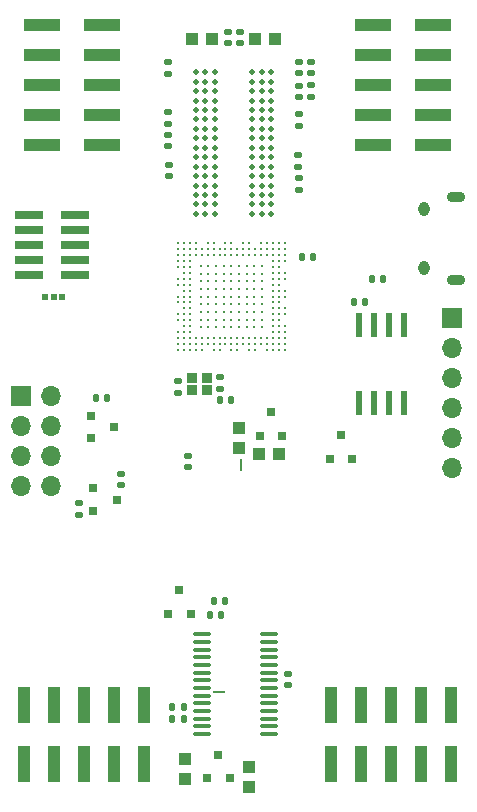
<source format=gbr>
G04 #@! TF.GenerationSoftware,KiCad,Pcbnew,7.0.1-0*
G04 #@! TF.CreationDate,2023-03-28T15:50:41-07:00*
G04 #@! TF.ProjectId,Kit-Brainboard,4b69742d-4272-4616-996e-626f6172642e,rev?*
G04 #@! TF.SameCoordinates,Original*
G04 #@! TF.FileFunction,Soldermask,Top*
G04 #@! TF.FilePolarity,Negative*
%FSLAX46Y46*%
G04 Gerber Fmt 4.6, Leading zero omitted, Abs format (unit mm)*
G04 Created by KiCad (PCBNEW 7.0.1-0) date 2023-03-28 15:50:41*
%MOMM*%
%LPD*%
G01*
G04 APERTURE LIST*
G04 Aperture macros list*
%AMRoundRect*
0 Rectangle with rounded corners*
0 $1 Rounding radius*
0 $2 $3 $4 $5 $6 $7 $8 $9 X,Y pos of 4 corners*
0 Add a 4 corners polygon primitive as box body*
4,1,4,$2,$3,$4,$5,$6,$7,$8,$9,$2,$3,0*
0 Add four circle primitives for the rounded corners*
1,1,$1+$1,$2,$3*
1,1,$1+$1,$4,$5*
1,1,$1+$1,$6,$7*
1,1,$1+$1,$8,$9*
0 Add four rect primitives between the rounded corners*
20,1,$1+$1,$2,$3,$4,$5,0*
20,1,$1+$1,$4,$5,$6,$7,0*
20,1,$1+$1,$6,$7,$8,$9,0*
20,1,$1+$1,$8,$9,$2,$3,0*%
G04 Aperture macros list end*
%ADD10R,0.600000X2.000000*%
%ADD11O,1.550000X0.890000*%
%ADD12O,0.950000X1.250000*%
%ADD13R,1.700000X1.700000*%
%ADD14O,1.700000X1.700000*%
%ADD15R,0.800100X0.800100*%
%ADD16RoundRect,0.147500X0.172500X-0.147500X0.172500X0.147500X-0.172500X0.147500X-0.172500X-0.147500X0*%
%ADD17RoundRect,0.147500X-0.147500X-0.172500X0.147500X-0.172500X0.147500X0.172500X-0.147500X0.172500X0*%
%ADD18R,3.150000X1.000000*%
%ADD19RoundRect,0.147500X-0.172500X0.147500X-0.172500X-0.147500X0.172500X-0.147500X0.172500X0.147500X0*%
%ADD20R,0.160000X0.500000*%
%ADD21R,0.500000X0.500000*%
%ADD22R,1.000000X1.000000*%
%ADD23C,0.230000*%
%ADD24RoundRect,0.050000X0.400000X0.350000X-0.400000X0.350000X-0.400000X-0.350000X0.400000X-0.350000X0*%
%ADD25R,1.000000X3.150000*%
%ADD26C,0.500000*%
%ADD27RoundRect,0.147500X0.147500X0.172500X-0.147500X0.172500X-0.147500X-0.172500X0.147500X-0.172500X0*%
%ADD28RoundRect,0.100000X0.637500X0.100000X-0.637500X0.100000X-0.637500X-0.100000X0.637500X-0.100000X0*%
%ADD29R,2.400000X0.740000*%
%ADD30R,0.500000X0.160000*%
G04 APERTURE END LIST*
D10*
G04 #@! TO.C,U5*
X219575000Y-90102000D03*
X220845000Y-90102000D03*
X222115000Y-90102000D03*
X223385000Y-90102000D03*
X223385000Y-83498000D03*
X222115000Y-83498000D03*
X220845000Y-83498000D03*
X219575000Y-83498000D03*
G04 #@! TD*
D11*
G04 #@! TO.C,J3*
X227805000Y-72740000D03*
D12*
X225105000Y-73740000D03*
X225105000Y-78740000D03*
D11*
X227805000Y-79740000D03*
G04 #@! TD*
D13*
G04 #@! TO.C,AN1*
X227430000Y-82970000D03*
D14*
X227430000Y-85510000D03*
X227430000Y-88050000D03*
X227430000Y-90590000D03*
X227430000Y-93130000D03*
X227430000Y-95670000D03*
G04 #@! TD*
D13*
G04 #@! TO.C,J1*
X190980400Y-89580000D03*
D14*
X193520400Y-89580000D03*
X190980400Y-92120000D03*
X193520400Y-92120000D03*
X190980400Y-94660000D03*
X193520400Y-94660000D03*
X190980400Y-97200000D03*
X193520400Y-97200000D03*
G04 #@! TD*
D15*
G04 #@! TO.C,D19*
X203410000Y-108000000D03*
X205310000Y-108000000D03*
X204360000Y-106001020D03*
G04 #@! TD*
D16*
G04 #@! TO.C,C42*
X203430000Y-68411779D03*
X203430000Y-67441779D03*
G04 #@! TD*
G04 #@! TO.C,C2*
X213530000Y-114015000D03*
X213530000Y-113045000D03*
G04 #@! TD*
D15*
G04 #@! TO.C,D24*
X196860000Y-91210000D03*
X196860000Y-93110000D03*
X198858980Y-92160000D03*
G04 #@! TD*
D17*
G04 #@! TO.C,R40*
X203755000Y-115900000D03*
X204725000Y-115900000D03*
G04 #@! TD*
D18*
G04 #@! TO.C,JA1*
X192744993Y-58130008D03*
X197794993Y-58130008D03*
X192744993Y-60670008D03*
X197794993Y-60670008D03*
X192744993Y-63210008D03*
X197794993Y-63210008D03*
X192744993Y-65750008D03*
X197794993Y-65750008D03*
X192744993Y-68290008D03*
X197794993Y-68290008D03*
G04 #@! TD*
D19*
G04 #@! TO.C,C98*
X214460000Y-61251779D03*
X214460000Y-62221779D03*
G04 #@! TD*
D20*
G04 #@! TO.C,NT2*
X209580000Y-95160000D03*
X209580000Y-95660000D03*
G04 #@! TD*
D21*
G04 #@! TO.C,JP1*
X194380000Y-81180000D03*
X193700000Y-81180000D03*
X193020000Y-81180000D03*
G04 #@! TD*
D22*
G04 #@! TO.C,C3*
X210220000Y-120930000D03*
X210220000Y-122630000D03*
G04 #@! TD*
D16*
G04 #@! TO.C,R67*
X214430000Y-70141779D03*
X214430000Y-69171779D03*
G04 #@! TD*
D22*
G04 #@! TO.C,C81*
X212470000Y-59356779D03*
X210770000Y-59356779D03*
G04 #@! TD*
D19*
G04 #@! TO.C,C13*
X204230000Y-88305000D03*
X204230000Y-89275000D03*
G04 #@! TD*
D16*
G04 #@! TO.C,C64*
X215473460Y-62226859D03*
X215473460Y-61256859D03*
G04 #@! TD*
D19*
G04 #@! TO.C,C55*
X215490000Y-63251779D03*
X215490000Y-64221779D03*
G04 #@! TD*
D23*
G04 #@! TO.C,U2*
X206160000Y-83730000D03*
X206160000Y-83080000D03*
X206160000Y-82430000D03*
X206160000Y-81780000D03*
X206160000Y-81130000D03*
X206160000Y-80480000D03*
X206160000Y-79830000D03*
X206160000Y-79180000D03*
X206160000Y-78530000D03*
X206810000Y-83730000D03*
X206810000Y-83080000D03*
X206810000Y-82430000D03*
X206810000Y-81780000D03*
X206810000Y-81130000D03*
X206810000Y-80480000D03*
X206810000Y-79830000D03*
X206810000Y-79180000D03*
X206810000Y-78530000D03*
X207460000Y-83730000D03*
X207460000Y-83080000D03*
X207460000Y-82430000D03*
X207460000Y-81780000D03*
X207460000Y-81130000D03*
X207460000Y-80480000D03*
X207460000Y-79830000D03*
X207460000Y-79180000D03*
X207460000Y-78530000D03*
X208110000Y-83730000D03*
X208110000Y-83080000D03*
X208110000Y-82430000D03*
X208110000Y-81780000D03*
X208110000Y-81130000D03*
X208110000Y-80480000D03*
X208110000Y-79830000D03*
X208110000Y-79180000D03*
X208110000Y-78530000D03*
X208760000Y-83730000D03*
X208760000Y-83080000D03*
X208760000Y-82430000D03*
X208760000Y-81780000D03*
X208760000Y-81130000D03*
X208760000Y-80480000D03*
X208760000Y-79830000D03*
X208760000Y-79180000D03*
X208760000Y-78530000D03*
X209410000Y-83730000D03*
X209410000Y-83080000D03*
X209410000Y-82430000D03*
X209410000Y-81780000D03*
X209410000Y-81130000D03*
X209410000Y-80480000D03*
X209410000Y-79830000D03*
X209410000Y-79180000D03*
X209410000Y-78530000D03*
X210060000Y-83730000D03*
X210060000Y-83080000D03*
X210060000Y-82430000D03*
X210060000Y-81780000D03*
X210060000Y-81130000D03*
X210060000Y-80480000D03*
X210060000Y-79830000D03*
X210060000Y-79180000D03*
X210060000Y-78530000D03*
X210710000Y-83730000D03*
X210710000Y-83080000D03*
X210710000Y-82430000D03*
X210710000Y-81780000D03*
X210710000Y-81130000D03*
X210710000Y-80480000D03*
X210710000Y-79830000D03*
X210710000Y-79180000D03*
X210710000Y-78530000D03*
X211360000Y-83730000D03*
X211360000Y-83080000D03*
X211360000Y-82430000D03*
X211360000Y-81780000D03*
X211360000Y-81130000D03*
X211360000Y-80480000D03*
X211360000Y-79830000D03*
X211360000Y-79180000D03*
X211360000Y-78530000D03*
X204260000Y-85630000D03*
X204260000Y-85130000D03*
X204260000Y-84630000D03*
X204260000Y-84130000D03*
X204260000Y-83130000D03*
X204260000Y-82630000D03*
X204260000Y-81630000D03*
X204260000Y-81130000D03*
X204260000Y-80130000D03*
X204260000Y-79630000D03*
X204260000Y-78630000D03*
X204260000Y-78130000D03*
X204260000Y-77630000D03*
X204260000Y-77130000D03*
X204260000Y-76630000D03*
X204760000Y-85630000D03*
X204760000Y-85130000D03*
X204760000Y-84630000D03*
X204760000Y-84130000D03*
X204760000Y-83630000D03*
X204760000Y-83130000D03*
X204760000Y-82630000D03*
X204760000Y-82130000D03*
X204760000Y-81630000D03*
X204760000Y-81130000D03*
X204760000Y-80630000D03*
X204760000Y-80130000D03*
X204760000Y-79630000D03*
X204760000Y-79130000D03*
X204760000Y-78630000D03*
X204760000Y-78130000D03*
X204760000Y-77630000D03*
X204760000Y-77130000D03*
X204760000Y-76630000D03*
X205260000Y-85630000D03*
X205260000Y-85130000D03*
X205260000Y-84630000D03*
X205260000Y-84130000D03*
X205260000Y-83630000D03*
X205260000Y-83130000D03*
X205260000Y-82630000D03*
X205260000Y-82130000D03*
X205260000Y-81630000D03*
X205260000Y-81130000D03*
X205260000Y-80630000D03*
X205260000Y-80130000D03*
X205260000Y-79630000D03*
X205260000Y-79130000D03*
X205260000Y-78630000D03*
X205260000Y-78130000D03*
X205260000Y-77630000D03*
X205260000Y-77130000D03*
X205260000Y-76630000D03*
X205760000Y-85630000D03*
X205760000Y-85130000D03*
X205760000Y-84630000D03*
X205760000Y-77630000D03*
X205760000Y-77130000D03*
X205760000Y-76630000D03*
X206260000Y-85630000D03*
X206260000Y-85130000D03*
X206260000Y-84630000D03*
X206260000Y-77630000D03*
X206260000Y-77130000D03*
X206760000Y-85130000D03*
X206760000Y-84630000D03*
X206760000Y-77630000D03*
X206760000Y-77130000D03*
X206760000Y-76630000D03*
X207260000Y-85630000D03*
X207260000Y-85130000D03*
X207260000Y-84630000D03*
X207260000Y-77630000D03*
X207260000Y-77130000D03*
X207260000Y-76630000D03*
X207760000Y-85630000D03*
X207760000Y-85130000D03*
X207760000Y-84630000D03*
X207760000Y-77630000D03*
X207760000Y-77130000D03*
X208260000Y-85130000D03*
X208260000Y-84630000D03*
X208260000Y-77630000D03*
X208260000Y-77130000D03*
X208260000Y-76630000D03*
X208760000Y-85630000D03*
X208760000Y-85130000D03*
X208760000Y-84630000D03*
X208760000Y-77630000D03*
X208760000Y-77130000D03*
X208760000Y-76630000D03*
X209260000Y-85630000D03*
X209260000Y-85130000D03*
X209260000Y-84630000D03*
X209260000Y-77630000D03*
X209260000Y-77130000D03*
X209760000Y-85130000D03*
X209760000Y-84630000D03*
X209760000Y-77630000D03*
X209760000Y-77130000D03*
X209760000Y-76630000D03*
X210260000Y-85630000D03*
X210260000Y-85130000D03*
X210260000Y-84630000D03*
X210260000Y-77630000D03*
X210260000Y-77130000D03*
X210260000Y-76630000D03*
X210760000Y-85630000D03*
X210760000Y-85130000D03*
X210760000Y-84630000D03*
X210760000Y-77630000D03*
X210760000Y-77130000D03*
X211260000Y-85130000D03*
X211260000Y-84630000D03*
X211260000Y-77630000D03*
X211260000Y-77130000D03*
X211260000Y-76630000D03*
X211760000Y-85630000D03*
X211760000Y-85130000D03*
X211760000Y-84630000D03*
X211760000Y-77630000D03*
X211760000Y-77130000D03*
X211760000Y-76630000D03*
X212260000Y-85630000D03*
X212260000Y-85130000D03*
X212260000Y-84630000D03*
X212260000Y-84130000D03*
X212260000Y-83630000D03*
X212260000Y-83130000D03*
X212260000Y-82630000D03*
X212260000Y-82130000D03*
X212260000Y-81630000D03*
X212260000Y-81130000D03*
X212260000Y-80630000D03*
X212260000Y-80130000D03*
X212260000Y-79630000D03*
X212260000Y-79130000D03*
X212260000Y-78630000D03*
X212260000Y-78130000D03*
X212260000Y-77630000D03*
X212260000Y-77130000D03*
X212260000Y-76630000D03*
X212760000Y-85630000D03*
X212760000Y-85130000D03*
X212760000Y-84630000D03*
X212760000Y-84130000D03*
X212760000Y-83630000D03*
X212760000Y-83130000D03*
X212760000Y-82630000D03*
X212760000Y-82130000D03*
X212760000Y-81630000D03*
X212760000Y-81130000D03*
X212760000Y-80630000D03*
X212760000Y-80130000D03*
X212760000Y-79630000D03*
X212760000Y-79130000D03*
X212760000Y-78630000D03*
X212760000Y-78130000D03*
X212760000Y-77630000D03*
X212760000Y-77130000D03*
X212760000Y-76630000D03*
X213260000Y-85630000D03*
X213260000Y-85130000D03*
X213260000Y-84630000D03*
X213260000Y-84130000D03*
X213260000Y-83630000D03*
X213260000Y-82630000D03*
X213260000Y-82130000D03*
X213260000Y-81130000D03*
X213260000Y-80630000D03*
X213260000Y-79630000D03*
X213260000Y-79130000D03*
X213260000Y-78130000D03*
X213260000Y-77630000D03*
X213260000Y-77130000D03*
X213260000Y-76630000D03*
G04 #@! TD*
D22*
G04 #@! TO.C,C83*
X207110000Y-59346779D03*
X205410000Y-59346779D03*
G04 #@! TD*
D24*
G04 #@! TO.C,X1*
X206695007Y-88026792D03*
X205395003Y-88026792D03*
X205395003Y-89026792D03*
X206695007Y-89026792D03*
G04 #@! TD*
D17*
G04 #@! TO.C,C24*
X207795000Y-89920000D03*
X208765000Y-89920000D03*
G04 #@! TD*
D16*
G04 #@! TO.C,R20*
X195890000Y-99615000D03*
X195890000Y-98645000D03*
G04 #@! TD*
D25*
G04 #@! TO.C,JB1*
X191189991Y-120735000D03*
X191189991Y-115685000D03*
X193729991Y-120735000D03*
X193729991Y-115685000D03*
X196269991Y-120735000D03*
X196269991Y-115685000D03*
X198809991Y-120735000D03*
X198809991Y-115685000D03*
X201349991Y-120735000D03*
X201349991Y-115685000D03*
G04 #@! TD*
D17*
G04 #@! TO.C,R2*
X207255000Y-106890000D03*
X208225000Y-106890000D03*
G04 #@! TD*
D16*
G04 #@! TO.C,R30*
X205090000Y-95565000D03*
X205090000Y-94595000D03*
G04 #@! TD*
D19*
G04 #@! TO.C,C102*
X214450000Y-65701779D03*
X214450000Y-66671779D03*
G04 #@! TD*
D17*
G04 #@! TO.C,R39*
X203745000Y-116920000D03*
X204715000Y-116920000D03*
G04 #@! TD*
D16*
G04 #@! TO.C,C94*
X208440000Y-59681779D03*
X208440000Y-58711779D03*
G04 #@! TD*
G04 #@! TO.C,C15*
X199450000Y-97095000D03*
X199450000Y-96125000D03*
G04 #@! TD*
G04 #@! TO.C,C14*
X207833460Y-88941859D03*
X207833460Y-87971859D03*
G04 #@! TD*
D25*
G04 #@! TO.C,JC1*
X217190015Y-120735000D03*
X217190015Y-115685000D03*
X219730015Y-120735000D03*
X219730015Y-115685000D03*
X222270015Y-120735000D03*
X222270015Y-115685000D03*
X224810015Y-120735000D03*
X224810015Y-115685000D03*
X227350015Y-120735000D03*
X227350015Y-115685000D03*
G04 #@! TD*
D15*
G04 #@! TO.C,U13*
X211150000Y-92910000D03*
X213050000Y-92910000D03*
X212100000Y-90911020D03*
G04 #@! TD*
D17*
G04 #@! TO.C,C12*
X219120000Y-81550000D03*
X220090000Y-81550000D03*
G04 #@! TD*
D26*
G04 #@! TO.C,U14*
X205739598Y-62131000D03*
X206539600Y-62131000D03*
X207339600Y-62131000D03*
X210539600Y-62131000D03*
X211339600Y-62131000D03*
X212139600Y-62131000D03*
X205739598Y-62931000D03*
X206539600Y-62931000D03*
X207339600Y-62931000D03*
X210539600Y-62931000D03*
X211339600Y-62931000D03*
X212139600Y-62931000D03*
X205739598Y-63731000D03*
X206539600Y-63731000D03*
X207339600Y-63731000D03*
X210539600Y-63731000D03*
X211339600Y-63731000D03*
X212139600Y-63731000D03*
X205739598Y-64531000D03*
X206539600Y-64531000D03*
X207339600Y-64531000D03*
X210539600Y-64531000D03*
X211339600Y-64531000D03*
X212139600Y-64531000D03*
X205739598Y-65331000D03*
X206539600Y-65331000D03*
X207339600Y-65331000D03*
X210539600Y-65331000D03*
X211339600Y-65331000D03*
X212139600Y-65331000D03*
X205739598Y-66131000D03*
X206539600Y-66131000D03*
X207339600Y-66131000D03*
X210539600Y-66131000D03*
X211339600Y-66131000D03*
X212139600Y-66131000D03*
X205739598Y-66931000D03*
X206539600Y-66931000D03*
X207339600Y-66931000D03*
X210539600Y-66931000D03*
X211339600Y-66931000D03*
X212139600Y-66931000D03*
X205739598Y-67731000D03*
X206539600Y-67731000D03*
X207339600Y-67731000D03*
X210539600Y-67731000D03*
X211339600Y-67731000D03*
X212139600Y-67731000D03*
X205739598Y-68531000D03*
X206539600Y-68531000D03*
X207339600Y-68531000D03*
X210539600Y-68531000D03*
X211339600Y-68531000D03*
X212139600Y-68531000D03*
X205739598Y-69331000D03*
X206539600Y-69331000D03*
X207339600Y-69331000D03*
X210539600Y-69331000D03*
X211339600Y-69331000D03*
X212139600Y-69331000D03*
X205739598Y-70131000D03*
X206539600Y-70131000D03*
X207339600Y-70131000D03*
X210539600Y-70131000D03*
X211339600Y-70131000D03*
X212139600Y-70131000D03*
X205739598Y-70931000D03*
X206539600Y-70931000D03*
X207339600Y-70931000D03*
X210539600Y-70931000D03*
X211339600Y-70931000D03*
X212139600Y-70931000D03*
X205739598Y-71731000D03*
X206539600Y-71731000D03*
X207339600Y-71731000D03*
X210539600Y-71731000D03*
X211339600Y-71731000D03*
X212139600Y-71731000D03*
X205739598Y-72531000D03*
X206539600Y-72531000D03*
X207339600Y-72531000D03*
X210539600Y-72531000D03*
X211339600Y-72531000D03*
X212139600Y-72531000D03*
X205739598Y-73331000D03*
X206539600Y-73331000D03*
X207339600Y-73331000D03*
X210539600Y-73331000D03*
X211339600Y-73331000D03*
X212139600Y-73331000D03*
X205739598Y-74131000D03*
X206539600Y-74131000D03*
X207339600Y-74131000D03*
X210539600Y-74131000D03*
X211339600Y-74131000D03*
X212139600Y-74131000D03*
G04 #@! TD*
D27*
G04 #@! TO.C,C40*
X215695000Y-77812779D03*
X214725000Y-77812779D03*
G04 #@! TD*
D17*
G04 #@! TO.C,R1*
X206925000Y-108110000D03*
X207895000Y-108110000D03*
G04 #@! TD*
D27*
G04 #@! TO.C,C29*
X221605000Y-79610000D03*
X220635000Y-79610000D03*
G04 #@! TD*
D19*
G04 #@! TO.C,C82*
X203430000Y-65521779D03*
X203430000Y-66491779D03*
G04 #@! TD*
D28*
G04 #@! TO.C,U1*
X211972500Y-118165000D03*
X211972500Y-117515000D03*
X211972500Y-116865000D03*
X211972500Y-116215000D03*
X211972500Y-115565000D03*
X211972500Y-114915000D03*
X211972500Y-114265000D03*
X211972500Y-113615000D03*
X211972500Y-112965000D03*
X211972500Y-112315000D03*
X211972500Y-111665000D03*
X211972500Y-111015000D03*
X211972500Y-110365000D03*
X211972500Y-109715000D03*
X206247500Y-109715000D03*
X206247500Y-110365000D03*
X206247500Y-111015000D03*
X206247500Y-111665000D03*
X206247500Y-112315000D03*
X206247500Y-112965000D03*
X206247500Y-113615000D03*
X206247500Y-114265000D03*
X206247500Y-114915000D03*
X206247500Y-115565000D03*
X206247500Y-116215000D03*
X206247500Y-116865000D03*
X206247500Y-117515000D03*
X206247500Y-118165000D03*
G04 #@! TD*
D22*
G04 #@! TO.C,C1*
X204790000Y-120310000D03*
X204790000Y-122010000D03*
G04 #@! TD*
D16*
G04 #@! TO.C,C99*
X214471260Y-64231459D03*
X214471260Y-63261459D03*
G04 #@! TD*
D17*
G04 #@! TO.C,C21*
X197295000Y-89730000D03*
X198265000Y-89730000D03*
G04 #@! TD*
D19*
G04 #@! TO.C,C87*
X209500000Y-58711779D03*
X209500000Y-59681779D03*
G04 #@! TD*
D18*
G04 #@! TO.C,JD1*
X220745013Y-58130008D03*
X225795013Y-58130008D03*
X220745013Y-60670008D03*
X225795013Y-60670008D03*
X220745013Y-63210008D03*
X225795013Y-63210008D03*
X220745013Y-65750008D03*
X225795013Y-65750008D03*
X220745013Y-68290008D03*
X225795013Y-68290008D03*
G04 #@! TD*
D29*
G04 #@! TO.C,J2*
X191650000Y-74260000D03*
X195550000Y-74260000D03*
X191650000Y-75530000D03*
X195550000Y-75530000D03*
X191650000Y-76800000D03*
X195550000Y-76800000D03*
X191650000Y-78070000D03*
X195550000Y-78070000D03*
X191650000Y-79340000D03*
X195550000Y-79340000D03*
G04 #@! TD*
D15*
G04 #@! TO.C,D22*
X217090000Y-94840760D03*
X218990000Y-94840760D03*
X218040000Y-92841780D03*
G04 #@! TD*
D16*
G04 #@! TO.C,C92*
X203430000Y-62271779D03*
X203430000Y-61301779D03*
G04 #@! TD*
D22*
G04 #@! TO.C,C44*
X212808000Y-94471000D03*
X211108000Y-94471000D03*
G04 #@! TD*
D16*
G04 #@! TO.C,C106*
X203440000Y-70941779D03*
X203440000Y-69971779D03*
G04 #@! TD*
D22*
G04 #@! TO.C,C41*
X209430000Y-92220000D03*
X209430000Y-93920000D03*
G04 #@! TD*
D15*
G04 #@! TO.C,V1*
X206700000Y-121930760D03*
X208600000Y-121930760D03*
X207650000Y-119931780D03*
G04 #@! TD*
D16*
G04 #@! TO.C,R59*
X214450000Y-72071779D03*
X214450000Y-71101779D03*
G04 #@! TD*
D15*
G04 #@! TO.C,D1*
X197047536Y-97366448D03*
X197047536Y-99266448D03*
X199046516Y-98316448D03*
G04 #@! TD*
D30*
G04 #@! TO.C,NT1*
X207490000Y-114630000D03*
X207990000Y-114630000D03*
G04 #@! TD*
M02*

</source>
